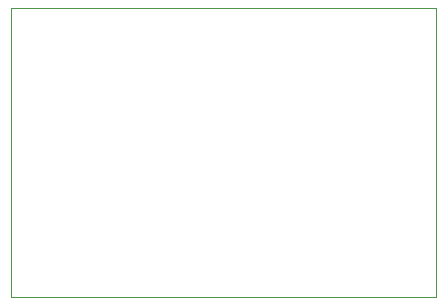
<source format=gbr>
%TF.GenerationSoftware,KiCad,Pcbnew,(6.0.2-0)*%
%TF.CreationDate,2022-03-06T08:12:54+00:00*%
%TF.ProjectId,Glider,476c6964-6572-42e6-9b69-6361645f7063,1*%
%TF.SameCoordinates,Original*%
%TF.FileFunction,Profile,NP*%
%FSLAX46Y46*%
G04 Gerber Fmt 4.6, Leading zero omitted, Abs format (unit mm)*
G04 Created by KiCad (PCBNEW (6.0.2-0)) date 2022-03-06 08:12:54*
%MOMM*%
%LPD*%
G01*
G04 APERTURE LIST*
%TA.AperFunction,Profile*%
%ADD10C,0.100000*%
%TD*%
G04 APERTURE END LIST*
D10*
X84050000Y-117750000D02*
X120050000Y-117750000D01*
X84050000Y-142250000D02*
X120050000Y-142250000D01*
X120050000Y-117750000D02*
X120050000Y-142250000D01*
X84050000Y-142250000D02*
X84050000Y-117750000D01*
M02*

</source>
